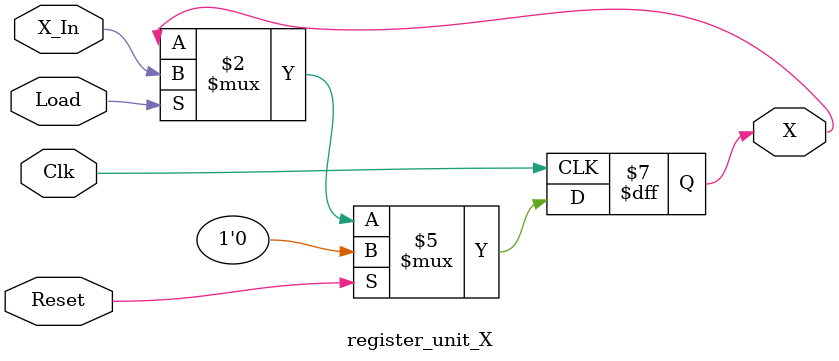
<source format=sv>
module register_unit_X (input  logic        Clk, Reset, Load,
							   input  logic        X_In,
                        output logic        X);
	 
	 always_ff @ (posedge Clk)
    begin
		  if (Reset) begin
				X <= 1'b0;
		  end 
		  else if (Load) begin
		      X <= X_In;
		  end
    end
	 
endmodule

</source>
